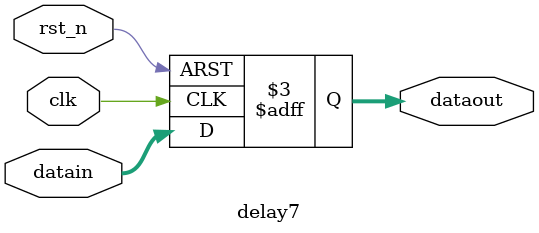
<source format=v>
module delay7(datain,dataout,clk,rst_n);
input clk, rst_n;
input [6:0]datain;
output [6:0]dataout;
reg [6:0]dataout;
always @(posedge clk or negedge rst_n)
begin
if(!rst_n)
	begin
		dataout <= 0;
	end
else dataout <= datain;
end
endmodule
    
</source>
